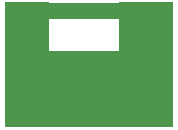
<source format=gbo>
G04*
G04 #@! TF.GenerationSoftware,Altium Limited,Altium Designer,23.5.1 (21)*
G04*
G04 Layer_Color=32896*
%FSTAX25Y25*%
%MOIN*%
G70*
G04*
G04 #@! TF.SameCoordinates,9B770568-E4F1-4D74-AB79-8317BF9A6C96*
G04*
G04*
G04 #@! TF.FilePolarity,Positive*
G04*
G01*
G75*
%ADD49R,0.14862X0.19192*%
%ADD50R,0.18307X0.19192*%
%ADD51R,0.56496X0.05469*%
%ADD52R,0.56496X0.25197*%
D49*
X0007431Y003184D02*
D03*
D50*
X0047343Y003184D02*
D03*
D51*
X0028248Y0038701D02*
D03*
D52*
X0028248Y0012598D02*
D03*
M02*

</source>
